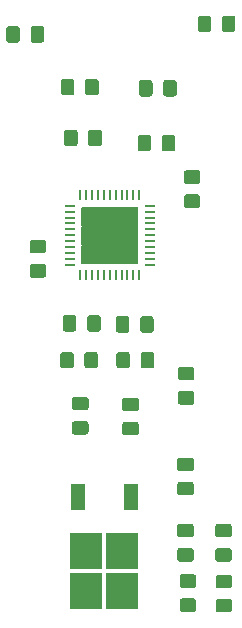
<source format=gbr>
G04 #@! TF.GenerationSoftware,KiCad,Pcbnew,(5.1.5)-3*
G04 #@! TF.CreationDate,2022-03-29T23:54:09-05:00*
G04 #@! TF.ProjectId,ControlBoardT4_22PinSound_PowerAmp,436f6e74-726f-46c4-926f-61726454345f,rev?*
G04 #@! TF.SameCoordinates,Original*
G04 #@! TF.FileFunction,Paste,Bot*
G04 #@! TF.FilePolarity,Positive*
%FSLAX46Y46*%
G04 Gerber Fmt 4.6, Leading zero omitted, Abs format (unit mm)*
G04 Created by KiCad (PCBNEW (5.1.5)-3) date 2022-03-29 23:54:09*
%MOMM*%
%LPD*%
G04 APERTURE LIST*
%ADD10C,0.152400*%
%ADD11C,0.100000*%
%ADD12R,1.200000X2.200000*%
%ADD13R,2.750000X3.050000*%
%ADD14R,0.965200X0.254000*%
%ADD15R,0.254000X0.965200*%
%ADD16R,4.851400X4.851400*%
G04 APERTURE END LIST*
D10*
X124824300Y-97808566D02*
X126241434Y-97808566D01*
X124824300Y-99225700D02*
X124824300Y-97808566D01*
X126241434Y-99225700D02*
X124824300Y-99225700D01*
X126241434Y-97808566D02*
X126241434Y-99225700D01*
X124824300Y-96191433D02*
X126241434Y-96191433D01*
X124824300Y-97608567D02*
X124824300Y-96191433D01*
X126241434Y-97608567D02*
X124824300Y-97608567D01*
X126241434Y-96191433D02*
X126241434Y-97608567D01*
X124824300Y-94574300D02*
X126241434Y-94574300D01*
X124824300Y-95991434D02*
X124824300Y-94574300D01*
X126241434Y-95991434D02*
X124824300Y-95991434D01*
X126241434Y-94574300D02*
X126241434Y-95991434D01*
X126441433Y-97808566D02*
X127858567Y-97808566D01*
X126441433Y-99225700D02*
X126441433Y-97808566D01*
X127858567Y-99225700D02*
X126441433Y-99225700D01*
X127858567Y-97808566D02*
X127858567Y-99225700D01*
X126441433Y-96191433D02*
X127858567Y-96191433D01*
X126441433Y-97608567D02*
X126441433Y-96191433D01*
X127858567Y-97608567D02*
X126441433Y-97608567D01*
X127858567Y-96191433D02*
X127858567Y-97608567D01*
X126441433Y-94574300D02*
X127858567Y-94574300D01*
X126441433Y-95991434D02*
X126441433Y-94574300D01*
X127858567Y-95991434D02*
X126441433Y-95991434D01*
X127858567Y-94574300D02*
X127858567Y-95991434D01*
X128058566Y-97808566D02*
X129475700Y-97808566D01*
X128058566Y-99225700D02*
X128058566Y-97808566D01*
X129475700Y-99225700D02*
X128058566Y-99225700D01*
X129475700Y-97808566D02*
X129475700Y-99225700D01*
X128058566Y-96191433D02*
X129475700Y-96191433D01*
X128058566Y-97608567D02*
X128058566Y-96191433D01*
X129475700Y-97608567D02*
X128058566Y-97608567D01*
X129475700Y-96191433D02*
X129475700Y-97608567D01*
X128058566Y-94574300D02*
X129475700Y-94574300D01*
X128058566Y-95991434D02*
X128058566Y-94574300D01*
X129475700Y-95991434D02*
X128058566Y-95991434D01*
X129475700Y-94574300D02*
X129475700Y-95991434D01*
D11*
G36*
X129386425Y-110642264D02*
G01*
X129410693Y-110645864D01*
X129434492Y-110651825D01*
X129457591Y-110660090D01*
X129479770Y-110670580D01*
X129500813Y-110683192D01*
X129520519Y-110697807D01*
X129538697Y-110714283D01*
X129555173Y-110732461D01*
X129569788Y-110752167D01*
X129582400Y-110773210D01*
X129592890Y-110795389D01*
X129601155Y-110818488D01*
X129607116Y-110842287D01*
X129610716Y-110866555D01*
X129611920Y-110891059D01*
X129611920Y-111541061D01*
X129610716Y-111565565D01*
X129607116Y-111589833D01*
X129601155Y-111613632D01*
X129592890Y-111636731D01*
X129582400Y-111658910D01*
X129569788Y-111679953D01*
X129555173Y-111699659D01*
X129538697Y-111717837D01*
X129520519Y-111734313D01*
X129500813Y-111748928D01*
X129479770Y-111761540D01*
X129457591Y-111772030D01*
X129434492Y-111780295D01*
X129410693Y-111786256D01*
X129386425Y-111789856D01*
X129361921Y-111791060D01*
X128461919Y-111791060D01*
X128437415Y-111789856D01*
X128413147Y-111786256D01*
X128389348Y-111780295D01*
X128366249Y-111772030D01*
X128344070Y-111761540D01*
X128323027Y-111748928D01*
X128303321Y-111734313D01*
X128285143Y-111717837D01*
X128268667Y-111699659D01*
X128254052Y-111679953D01*
X128241440Y-111658910D01*
X128230950Y-111636731D01*
X128222685Y-111613632D01*
X128216724Y-111589833D01*
X128213124Y-111565565D01*
X128211920Y-111541061D01*
X128211920Y-110891059D01*
X128213124Y-110866555D01*
X128216724Y-110842287D01*
X128222685Y-110818488D01*
X128230950Y-110795389D01*
X128241440Y-110773210D01*
X128254052Y-110752167D01*
X128268667Y-110732461D01*
X128285143Y-110714283D01*
X128303321Y-110697807D01*
X128323027Y-110683192D01*
X128344070Y-110670580D01*
X128366249Y-110660090D01*
X128389348Y-110651825D01*
X128413147Y-110645864D01*
X128437415Y-110642264D01*
X128461919Y-110641060D01*
X129361921Y-110641060D01*
X129386425Y-110642264D01*
G37*
G36*
X129386425Y-112692264D02*
G01*
X129410693Y-112695864D01*
X129434492Y-112701825D01*
X129457591Y-112710090D01*
X129479770Y-112720580D01*
X129500813Y-112733192D01*
X129520519Y-112747807D01*
X129538697Y-112764283D01*
X129555173Y-112782461D01*
X129569788Y-112802167D01*
X129582400Y-112823210D01*
X129592890Y-112845389D01*
X129601155Y-112868488D01*
X129607116Y-112892287D01*
X129610716Y-112916555D01*
X129611920Y-112941059D01*
X129611920Y-113591061D01*
X129610716Y-113615565D01*
X129607116Y-113639833D01*
X129601155Y-113663632D01*
X129592890Y-113686731D01*
X129582400Y-113708910D01*
X129569788Y-113729953D01*
X129555173Y-113749659D01*
X129538697Y-113767837D01*
X129520519Y-113784313D01*
X129500813Y-113798928D01*
X129479770Y-113811540D01*
X129457591Y-113822030D01*
X129434492Y-113830295D01*
X129410693Y-113836256D01*
X129386425Y-113839856D01*
X129361921Y-113841060D01*
X128461919Y-113841060D01*
X128437415Y-113839856D01*
X128413147Y-113836256D01*
X128389348Y-113830295D01*
X128366249Y-113822030D01*
X128344070Y-113811540D01*
X128323027Y-113798928D01*
X128303321Y-113784313D01*
X128285143Y-113767837D01*
X128268667Y-113749659D01*
X128254052Y-113729953D01*
X128241440Y-113708910D01*
X128230950Y-113686731D01*
X128222685Y-113663632D01*
X128216724Y-113639833D01*
X128213124Y-113615565D01*
X128211920Y-113591061D01*
X128211920Y-112941059D01*
X128213124Y-112916555D01*
X128216724Y-112892287D01*
X128222685Y-112868488D01*
X128230950Y-112845389D01*
X128241440Y-112823210D01*
X128254052Y-112802167D01*
X128268667Y-112782461D01*
X128285143Y-112764283D01*
X128303321Y-112747807D01*
X128323027Y-112733192D01*
X128344070Y-112720580D01*
X128366249Y-112710090D01*
X128389348Y-112701825D01*
X128413147Y-112695864D01*
X128437415Y-112692264D01*
X128461919Y-112691060D01*
X129361921Y-112691060D01*
X129386425Y-112692264D01*
G37*
G36*
X125131925Y-112631304D02*
G01*
X125156193Y-112634904D01*
X125179992Y-112640865D01*
X125203091Y-112649130D01*
X125225270Y-112659620D01*
X125246313Y-112672232D01*
X125266019Y-112686847D01*
X125284197Y-112703323D01*
X125300673Y-112721501D01*
X125315288Y-112741207D01*
X125327900Y-112762250D01*
X125338390Y-112784429D01*
X125346655Y-112807528D01*
X125352616Y-112831327D01*
X125356216Y-112855595D01*
X125357420Y-112880099D01*
X125357420Y-113530101D01*
X125356216Y-113554605D01*
X125352616Y-113578873D01*
X125346655Y-113602672D01*
X125338390Y-113625771D01*
X125327900Y-113647950D01*
X125315288Y-113668993D01*
X125300673Y-113688699D01*
X125284197Y-113706877D01*
X125266019Y-113723353D01*
X125246313Y-113737968D01*
X125225270Y-113750580D01*
X125203091Y-113761070D01*
X125179992Y-113769335D01*
X125156193Y-113775296D01*
X125131925Y-113778896D01*
X125107421Y-113780100D01*
X124207419Y-113780100D01*
X124182915Y-113778896D01*
X124158647Y-113775296D01*
X124134848Y-113769335D01*
X124111749Y-113761070D01*
X124089570Y-113750580D01*
X124068527Y-113737968D01*
X124048821Y-113723353D01*
X124030643Y-113706877D01*
X124014167Y-113688699D01*
X123999552Y-113668993D01*
X123986940Y-113647950D01*
X123976450Y-113625771D01*
X123968185Y-113602672D01*
X123962224Y-113578873D01*
X123958624Y-113554605D01*
X123957420Y-113530101D01*
X123957420Y-112880099D01*
X123958624Y-112855595D01*
X123962224Y-112831327D01*
X123968185Y-112807528D01*
X123976450Y-112784429D01*
X123986940Y-112762250D01*
X123999552Y-112741207D01*
X124014167Y-112721501D01*
X124030643Y-112703323D01*
X124048821Y-112686847D01*
X124068527Y-112672232D01*
X124089570Y-112659620D01*
X124111749Y-112649130D01*
X124134848Y-112640865D01*
X124158647Y-112634904D01*
X124182915Y-112631304D01*
X124207419Y-112630100D01*
X125107421Y-112630100D01*
X125131925Y-112631304D01*
G37*
G36*
X125131925Y-110581304D02*
G01*
X125156193Y-110584904D01*
X125179992Y-110590865D01*
X125203091Y-110599130D01*
X125225270Y-110609620D01*
X125246313Y-110622232D01*
X125266019Y-110636847D01*
X125284197Y-110653323D01*
X125300673Y-110671501D01*
X125315288Y-110691207D01*
X125327900Y-110712250D01*
X125338390Y-110734429D01*
X125346655Y-110757528D01*
X125352616Y-110781327D01*
X125356216Y-110805595D01*
X125357420Y-110830099D01*
X125357420Y-111480101D01*
X125356216Y-111504605D01*
X125352616Y-111528873D01*
X125346655Y-111552672D01*
X125338390Y-111575771D01*
X125327900Y-111597950D01*
X125315288Y-111618993D01*
X125300673Y-111638699D01*
X125284197Y-111656877D01*
X125266019Y-111673353D01*
X125246313Y-111687968D01*
X125225270Y-111700580D01*
X125203091Y-111711070D01*
X125179992Y-111719335D01*
X125156193Y-111725296D01*
X125131925Y-111728896D01*
X125107421Y-111730100D01*
X124207419Y-111730100D01*
X124182915Y-111728896D01*
X124158647Y-111725296D01*
X124134848Y-111719335D01*
X124111749Y-111711070D01*
X124089570Y-111700580D01*
X124068527Y-111687968D01*
X124048821Y-111673353D01*
X124030643Y-111656877D01*
X124014167Y-111638699D01*
X123999552Y-111618993D01*
X123986940Y-111597950D01*
X123976450Y-111575771D01*
X123968185Y-111552672D01*
X123962224Y-111528873D01*
X123958624Y-111504605D01*
X123957420Y-111480101D01*
X123957420Y-110830099D01*
X123958624Y-110805595D01*
X123962224Y-110781327D01*
X123968185Y-110757528D01*
X123976450Y-110734429D01*
X123986940Y-110712250D01*
X123999552Y-110691207D01*
X124014167Y-110671501D01*
X124030643Y-110653323D01*
X124048821Y-110636847D01*
X124068527Y-110622232D01*
X124089570Y-110609620D01*
X124111749Y-110599130D01*
X124134848Y-110590865D01*
X124158647Y-110584904D01*
X124182915Y-110581304D01*
X124207419Y-110580100D01*
X125107421Y-110580100D01*
X125131925Y-110581304D01*
G37*
G36*
X134030545Y-121330324D02*
G01*
X134054813Y-121333924D01*
X134078612Y-121339885D01*
X134101711Y-121348150D01*
X134123890Y-121358640D01*
X134144933Y-121371252D01*
X134164639Y-121385867D01*
X134182817Y-121402343D01*
X134199293Y-121420521D01*
X134213908Y-121440227D01*
X134226520Y-121461270D01*
X134237010Y-121483449D01*
X134245275Y-121506548D01*
X134251236Y-121530347D01*
X134254836Y-121554615D01*
X134256040Y-121579119D01*
X134256040Y-122229121D01*
X134254836Y-122253625D01*
X134251236Y-122277893D01*
X134245275Y-122301692D01*
X134237010Y-122324791D01*
X134226520Y-122346970D01*
X134213908Y-122368013D01*
X134199293Y-122387719D01*
X134182817Y-122405897D01*
X134164639Y-122422373D01*
X134144933Y-122436988D01*
X134123890Y-122449600D01*
X134101711Y-122460090D01*
X134078612Y-122468355D01*
X134054813Y-122474316D01*
X134030545Y-122477916D01*
X134006041Y-122479120D01*
X133106039Y-122479120D01*
X133081535Y-122477916D01*
X133057267Y-122474316D01*
X133033468Y-122468355D01*
X133010369Y-122460090D01*
X132988190Y-122449600D01*
X132967147Y-122436988D01*
X132947441Y-122422373D01*
X132929263Y-122405897D01*
X132912787Y-122387719D01*
X132898172Y-122368013D01*
X132885560Y-122346970D01*
X132875070Y-122324791D01*
X132866805Y-122301692D01*
X132860844Y-122277893D01*
X132857244Y-122253625D01*
X132856040Y-122229121D01*
X132856040Y-121579119D01*
X132857244Y-121554615D01*
X132860844Y-121530347D01*
X132866805Y-121506548D01*
X132875070Y-121483449D01*
X132885560Y-121461270D01*
X132898172Y-121440227D01*
X132912787Y-121420521D01*
X132929263Y-121402343D01*
X132947441Y-121385867D01*
X132967147Y-121371252D01*
X132988190Y-121358640D01*
X133010369Y-121348150D01*
X133033468Y-121339885D01*
X133057267Y-121333924D01*
X133081535Y-121330324D01*
X133106039Y-121329120D01*
X134006041Y-121329120D01*
X134030545Y-121330324D01*
G37*
G36*
X134030545Y-123380324D02*
G01*
X134054813Y-123383924D01*
X134078612Y-123389885D01*
X134101711Y-123398150D01*
X134123890Y-123408640D01*
X134144933Y-123421252D01*
X134164639Y-123435867D01*
X134182817Y-123452343D01*
X134199293Y-123470521D01*
X134213908Y-123490227D01*
X134226520Y-123511270D01*
X134237010Y-123533449D01*
X134245275Y-123556548D01*
X134251236Y-123580347D01*
X134254836Y-123604615D01*
X134256040Y-123629119D01*
X134256040Y-124279121D01*
X134254836Y-124303625D01*
X134251236Y-124327893D01*
X134245275Y-124351692D01*
X134237010Y-124374791D01*
X134226520Y-124396970D01*
X134213908Y-124418013D01*
X134199293Y-124437719D01*
X134182817Y-124455897D01*
X134164639Y-124472373D01*
X134144933Y-124486988D01*
X134123890Y-124499600D01*
X134101711Y-124510090D01*
X134078612Y-124518355D01*
X134054813Y-124524316D01*
X134030545Y-124527916D01*
X134006041Y-124529120D01*
X133106039Y-124529120D01*
X133081535Y-124527916D01*
X133057267Y-124524316D01*
X133033468Y-124518355D01*
X133010369Y-124510090D01*
X132988190Y-124499600D01*
X132967147Y-124486988D01*
X132947441Y-124472373D01*
X132929263Y-124455897D01*
X132912787Y-124437719D01*
X132898172Y-124418013D01*
X132885560Y-124396970D01*
X132875070Y-124374791D01*
X132866805Y-124351692D01*
X132860844Y-124327893D01*
X132857244Y-124303625D01*
X132856040Y-124279121D01*
X132856040Y-123629119D01*
X132857244Y-123604615D01*
X132860844Y-123580347D01*
X132866805Y-123556548D01*
X132875070Y-123533449D01*
X132885560Y-123511270D01*
X132898172Y-123490227D01*
X132912787Y-123470521D01*
X132929263Y-123452343D01*
X132947441Y-123435867D01*
X132967147Y-123421252D01*
X132988190Y-123408640D01*
X133010369Y-123398150D01*
X133033468Y-123389885D01*
X133057267Y-123383924D01*
X133081535Y-123380324D01*
X133106039Y-123379120D01*
X134006041Y-123379120D01*
X134030545Y-123380324D01*
G37*
G36*
X137256345Y-121330324D02*
G01*
X137280613Y-121333924D01*
X137304412Y-121339885D01*
X137327511Y-121348150D01*
X137349690Y-121358640D01*
X137370733Y-121371252D01*
X137390439Y-121385867D01*
X137408617Y-121402343D01*
X137425093Y-121420521D01*
X137439708Y-121440227D01*
X137452320Y-121461270D01*
X137462810Y-121483449D01*
X137471075Y-121506548D01*
X137477036Y-121530347D01*
X137480636Y-121554615D01*
X137481840Y-121579119D01*
X137481840Y-122229121D01*
X137480636Y-122253625D01*
X137477036Y-122277893D01*
X137471075Y-122301692D01*
X137462810Y-122324791D01*
X137452320Y-122346970D01*
X137439708Y-122368013D01*
X137425093Y-122387719D01*
X137408617Y-122405897D01*
X137390439Y-122422373D01*
X137370733Y-122436988D01*
X137349690Y-122449600D01*
X137327511Y-122460090D01*
X137304412Y-122468355D01*
X137280613Y-122474316D01*
X137256345Y-122477916D01*
X137231841Y-122479120D01*
X136331839Y-122479120D01*
X136307335Y-122477916D01*
X136283067Y-122474316D01*
X136259268Y-122468355D01*
X136236169Y-122460090D01*
X136213990Y-122449600D01*
X136192947Y-122436988D01*
X136173241Y-122422373D01*
X136155063Y-122405897D01*
X136138587Y-122387719D01*
X136123972Y-122368013D01*
X136111360Y-122346970D01*
X136100870Y-122324791D01*
X136092605Y-122301692D01*
X136086644Y-122277893D01*
X136083044Y-122253625D01*
X136081840Y-122229121D01*
X136081840Y-121579119D01*
X136083044Y-121554615D01*
X136086644Y-121530347D01*
X136092605Y-121506548D01*
X136100870Y-121483449D01*
X136111360Y-121461270D01*
X136123972Y-121440227D01*
X136138587Y-121420521D01*
X136155063Y-121402343D01*
X136173241Y-121385867D01*
X136192947Y-121371252D01*
X136213990Y-121358640D01*
X136236169Y-121348150D01*
X136259268Y-121339885D01*
X136283067Y-121333924D01*
X136307335Y-121330324D01*
X136331839Y-121329120D01*
X137231841Y-121329120D01*
X137256345Y-121330324D01*
G37*
G36*
X137256345Y-123380324D02*
G01*
X137280613Y-123383924D01*
X137304412Y-123389885D01*
X137327511Y-123398150D01*
X137349690Y-123408640D01*
X137370733Y-123421252D01*
X137390439Y-123435867D01*
X137408617Y-123452343D01*
X137425093Y-123470521D01*
X137439708Y-123490227D01*
X137452320Y-123511270D01*
X137462810Y-123533449D01*
X137471075Y-123556548D01*
X137477036Y-123580347D01*
X137480636Y-123604615D01*
X137481840Y-123629119D01*
X137481840Y-124279121D01*
X137480636Y-124303625D01*
X137477036Y-124327893D01*
X137471075Y-124351692D01*
X137462810Y-124374791D01*
X137452320Y-124396970D01*
X137439708Y-124418013D01*
X137425093Y-124437719D01*
X137408617Y-124455897D01*
X137390439Y-124472373D01*
X137370733Y-124486988D01*
X137349690Y-124499600D01*
X137327511Y-124510090D01*
X137304412Y-124518355D01*
X137280613Y-124524316D01*
X137256345Y-124527916D01*
X137231841Y-124529120D01*
X136331839Y-124529120D01*
X136307335Y-124527916D01*
X136283067Y-124524316D01*
X136259268Y-124518355D01*
X136236169Y-124510090D01*
X136213990Y-124499600D01*
X136192947Y-124486988D01*
X136173241Y-124472373D01*
X136155063Y-124455897D01*
X136138587Y-124437719D01*
X136123972Y-124418013D01*
X136111360Y-124396970D01*
X136100870Y-124374791D01*
X136092605Y-124351692D01*
X136086644Y-124327893D01*
X136083044Y-124303625D01*
X136081840Y-124279121D01*
X136081840Y-123629119D01*
X136083044Y-123604615D01*
X136086644Y-123580347D01*
X136092605Y-123556548D01*
X136100870Y-123533449D01*
X136111360Y-123511270D01*
X136123972Y-123490227D01*
X136138587Y-123470521D01*
X136155063Y-123452343D01*
X136173241Y-123435867D01*
X136192947Y-123421252D01*
X136213990Y-123408640D01*
X136236169Y-123398150D01*
X136259268Y-123389885D01*
X136283067Y-123383924D01*
X136307335Y-123380324D01*
X136331839Y-123379120D01*
X137231841Y-123379120D01*
X137256345Y-123380324D01*
G37*
G36*
X134240365Y-127647784D02*
G01*
X134264633Y-127651384D01*
X134288432Y-127657345D01*
X134311531Y-127665610D01*
X134333710Y-127676100D01*
X134354753Y-127688712D01*
X134374459Y-127703327D01*
X134392637Y-127719803D01*
X134409113Y-127737981D01*
X134423728Y-127757687D01*
X134436340Y-127778730D01*
X134446830Y-127800909D01*
X134455095Y-127824008D01*
X134461056Y-127847807D01*
X134464656Y-127872075D01*
X134465860Y-127896579D01*
X134465860Y-128546581D01*
X134464656Y-128571085D01*
X134461056Y-128595353D01*
X134455095Y-128619152D01*
X134446830Y-128642251D01*
X134436340Y-128664430D01*
X134423728Y-128685473D01*
X134409113Y-128705179D01*
X134392637Y-128723357D01*
X134374459Y-128739833D01*
X134354753Y-128754448D01*
X134333710Y-128767060D01*
X134311531Y-128777550D01*
X134288432Y-128785815D01*
X134264633Y-128791776D01*
X134240365Y-128795376D01*
X134215861Y-128796580D01*
X133315859Y-128796580D01*
X133291355Y-128795376D01*
X133267087Y-128791776D01*
X133243288Y-128785815D01*
X133220189Y-128777550D01*
X133198010Y-128767060D01*
X133176967Y-128754448D01*
X133157261Y-128739833D01*
X133139083Y-128723357D01*
X133122607Y-128705179D01*
X133107992Y-128685473D01*
X133095380Y-128664430D01*
X133084890Y-128642251D01*
X133076625Y-128619152D01*
X133070664Y-128595353D01*
X133067064Y-128571085D01*
X133065860Y-128546581D01*
X133065860Y-127896579D01*
X133067064Y-127872075D01*
X133070664Y-127847807D01*
X133076625Y-127824008D01*
X133084890Y-127800909D01*
X133095380Y-127778730D01*
X133107992Y-127757687D01*
X133122607Y-127737981D01*
X133139083Y-127719803D01*
X133157261Y-127703327D01*
X133176967Y-127688712D01*
X133198010Y-127676100D01*
X133220189Y-127665610D01*
X133243288Y-127657345D01*
X133267087Y-127651384D01*
X133291355Y-127647784D01*
X133315859Y-127646580D01*
X134215861Y-127646580D01*
X134240365Y-127647784D01*
G37*
G36*
X134240365Y-125597784D02*
G01*
X134264633Y-125601384D01*
X134288432Y-125607345D01*
X134311531Y-125615610D01*
X134333710Y-125626100D01*
X134354753Y-125638712D01*
X134374459Y-125653327D01*
X134392637Y-125669803D01*
X134409113Y-125687981D01*
X134423728Y-125707687D01*
X134436340Y-125728730D01*
X134446830Y-125750909D01*
X134455095Y-125774008D01*
X134461056Y-125797807D01*
X134464656Y-125822075D01*
X134465860Y-125846579D01*
X134465860Y-126496581D01*
X134464656Y-126521085D01*
X134461056Y-126545353D01*
X134455095Y-126569152D01*
X134446830Y-126592251D01*
X134436340Y-126614430D01*
X134423728Y-126635473D01*
X134409113Y-126655179D01*
X134392637Y-126673357D01*
X134374459Y-126689833D01*
X134354753Y-126704448D01*
X134333710Y-126717060D01*
X134311531Y-126727550D01*
X134288432Y-126735815D01*
X134264633Y-126741776D01*
X134240365Y-126745376D01*
X134215861Y-126746580D01*
X133315859Y-126746580D01*
X133291355Y-126745376D01*
X133267087Y-126741776D01*
X133243288Y-126735815D01*
X133220189Y-126727550D01*
X133198010Y-126717060D01*
X133176967Y-126704448D01*
X133157261Y-126689833D01*
X133139083Y-126673357D01*
X133122607Y-126655179D01*
X133107992Y-126635473D01*
X133095380Y-126614430D01*
X133084890Y-126592251D01*
X133076625Y-126569152D01*
X133070664Y-126545353D01*
X133067064Y-126521085D01*
X133065860Y-126496581D01*
X133065860Y-125846579D01*
X133067064Y-125822075D01*
X133070664Y-125797807D01*
X133076625Y-125774008D01*
X133084890Y-125750909D01*
X133095380Y-125728730D01*
X133107992Y-125707687D01*
X133122607Y-125687981D01*
X133139083Y-125669803D01*
X133157261Y-125653327D01*
X133176967Y-125638712D01*
X133198010Y-125626100D01*
X133220189Y-125615610D01*
X133243288Y-125607345D01*
X133267087Y-125601384D01*
X133291355Y-125597784D01*
X133315859Y-125596580D01*
X134215861Y-125596580D01*
X134240365Y-125597784D01*
G37*
G36*
X137285825Y-127688424D02*
G01*
X137310093Y-127692024D01*
X137333892Y-127697985D01*
X137356991Y-127706250D01*
X137379170Y-127716740D01*
X137400213Y-127729352D01*
X137419919Y-127743967D01*
X137438097Y-127760443D01*
X137454573Y-127778621D01*
X137469188Y-127798327D01*
X137481800Y-127819370D01*
X137492290Y-127841549D01*
X137500555Y-127864648D01*
X137506516Y-127888447D01*
X137510116Y-127912715D01*
X137511320Y-127937219D01*
X137511320Y-128587221D01*
X137510116Y-128611725D01*
X137506516Y-128635993D01*
X137500555Y-128659792D01*
X137492290Y-128682891D01*
X137481800Y-128705070D01*
X137469188Y-128726113D01*
X137454573Y-128745819D01*
X137438097Y-128763997D01*
X137419919Y-128780473D01*
X137400213Y-128795088D01*
X137379170Y-128807700D01*
X137356991Y-128818190D01*
X137333892Y-128826455D01*
X137310093Y-128832416D01*
X137285825Y-128836016D01*
X137261321Y-128837220D01*
X136361319Y-128837220D01*
X136336815Y-128836016D01*
X136312547Y-128832416D01*
X136288748Y-128826455D01*
X136265649Y-128818190D01*
X136243470Y-128807700D01*
X136222427Y-128795088D01*
X136202721Y-128780473D01*
X136184543Y-128763997D01*
X136168067Y-128745819D01*
X136153452Y-128726113D01*
X136140840Y-128705070D01*
X136130350Y-128682891D01*
X136122085Y-128659792D01*
X136116124Y-128635993D01*
X136112524Y-128611725D01*
X136111320Y-128587221D01*
X136111320Y-127937219D01*
X136112524Y-127912715D01*
X136116124Y-127888447D01*
X136122085Y-127864648D01*
X136130350Y-127841549D01*
X136140840Y-127819370D01*
X136153452Y-127798327D01*
X136168067Y-127778621D01*
X136184543Y-127760443D01*
X136202721Y-127743967D01*
X136222427Y-127729352D01*
X136243470Y-127716740D01*
X136265649Y-127706250D01*
X136288748Y-127697985D01*
X136312547Y-127692024D01*
X136336815Y-127688424D01*
X136361319Y-127687220D01*
X137261321Y-127687220D01*
X137285825Y-127688424D01*
G37*
G36*
X137285825Y-125638424D02*
G01*
X137310093Y-125642024D01*
X137333892Y-125647985D01*
X137356991Y-125656250D01*
X137379170Y-125666740D01*
X137400213Y-125679352D01*
X137419919Y-125693967D01*
X137438097Y-125710443D01*
X137454573Y-125728621D01*
X137469188Y-125748327D01*
X137481800Y-125769370D01*
X137492290Y-125791549D01*
X137500555Y-125814648D01*
X137506516Y-125838447D01*
X137510116Y-125862715D01*
X137511320Y-125887219D01*
X137511320Y-126537221D01*
X137510116Y-126561725D01*
X137506516Y-126585993D01*
X137500555Y-126609792D01*
X137492290Y-126632891D01*
X137481800Y-126655070D01*
X137469188Y-126676113D01*
X137454573Y-126695819D01*
X137438097Y-126713997D01*
X137419919Y-126730473D01*
X137400213Y-126745088D01*
X137379170Y-126757700D01*
X137356991Y-126768190D01*
X137333892Y-126776455D01*
X137310093Y-126782416D01*
X137285825Y-126786016D01*
X137261321Y-126787220D01*
X136361319Y-126787220D01*
X136336815Y-126786016D01*
X136312547Y-126782416D01*
X136288748Y-126776455D01*
X136265649Y-126768190D01*
X136243470Y-126757700D01*
X136222427Y-126745088D01*
X136202721Y-126730473D01*
X136184543Y-126713997D01*
X136168067Y-126695819D01*
X136153452Y-126676113D01*
X136140840Y-126655070D01*
X136130350Y-126632891D01*
X136122085Y-126609792D01*
X136116124Y-126585993D01*
X136112524Y-126561725D01*
X136111320Y-126537221D01*
X136111320Y-125887219D01*
X136112524Y-125862715D01*
X136116124Y-125838447D01*
X136122085Y-125814648D01*
X136130350Y-125791549D01*
X136140840Y-125769370D01*
X136153452Y-125748327D01*
X136168067Y-125728621D01*
X136184543Y-125710443D01*
X136202721Y-125693967D01*
X136222427Y-125679352D01*
X136243470Y-125666740D01*
X136265649Y-125656250D01*
X136288748Y-125647985D01*
X136312547Y-125642024D01*
X136336815Y-125638424D01*
X136361319Y-125637220D01*
X137261321Y-125637220D01*
X137285825Y-125638424D01*
G37*
G36*
X134093045Y-108043844D02*
G01*
X134117313Y-108047444D01*
X134141112Y-108053405D01*
X134164211Y-108061670D01*
X134186390Y-108072160D01*
X134207433Y-108084772D01*
X134227139Y-108099387D01*
X134245317Y-108115863D01*
X134261793Y-108134041D01*
X134276408Y-108153747D01*
X134289020Y-108174790D01*
X134299510Y-108196969D01*
X134307775Y-108220068D01*
X134313736Y-108243867D01*
X134317336Y-108268135D01*
X134318540Y-108292639D01*
X134318540Y-108942641D01*
X134317336Y-108967145D01*
X134313736Y-108991413D01*
X134307775Y-109015212D01*
X134299510Y-109038311D01*
X134289020Y-109060490D01*
X134276408Y-109081533D01*
X134261793Y-109101239D01*
X134245317Y-109119417D01*
X134227139Y-109135893D01*
X134207433Y-109150508D01*
X134186390Y-109163120D01*
X134164211Y-109173610D01*
X134141112Y-109181875D01*
X134117313Y-109187836D01*
X134093045Y-109191436D01*
X134068541Y-109192640D01*
X133168539Y-109192640D01*
X133144035Y-109191436D01*
X133119767Y-109187836D01*
X133095968Y-109181875D01*
X133072869Y-109173610D01*
X133050690Y-109163120D01*
X133029647Y-109150508D01*
X133009941Y-109135893D01*
X132991763Y-109119417D01*
X132975287Y-109101239D01*
X132960672Y-109081533D01*
X132948060Y-109060490D01*
X132937570Y-109038311D01*
X132929305Y-109015212D01*
X132923344Y-108991413D01*
X132919744Y-108967145D01*
X132918540Y-108942641D01*
X132918540Y-108292639D01*
X132919744Y-108268135D01*
X132923344Y-108243867D01*
X132929305Y-108220068D01*
X132937570Y-108196969D01*
X132948060Y-108174790D01*
X132960672Y-108153747D01*
X132975287Y-108134041D01*
X132991763Y-108115863D01*
X133009941Y-108099387D01*
X133029647Y-108084772D01*
X133050690Y-108072160D01*
X133072869Y-108061670D01*
X133095968Y-108053405D01*
X133119767Y-108047444D01*
X133144035Y-108043844D01*
X133168539Y-108042640D01*
X134068541Y-108042640D01*
X134093045Y-108043844D01*
G37*
G36*
X134093045Y-110093844D02*
G01*
X134117313Y-110097444D01*
X134141112Y-110103405D01*
X134164211Y-110111670D01*
X134186390Y-110122160D01*
X134207433Y-110134772D01*
X134227139Y-110149387D01*
X134245317Y-110165863D01*
X134261793Y-110184041D01*
X134276408Y-110203747D01*
X134289020Y-110224790D01*
X134299510Y-110246969D01*
X134307775Y-110270068D01*
X134313736Y-110293867D01*
X134317336Y-110318135D01*
X134318540Y-110342639D01*
X134318540Y-110992641D01*
X134317336Y-111017145D01*
X134313736Y-111041413D01*
X134307775Y-111065212D01*
X134299510Y-111088311D01*
X134289020Y-111110490D01*
X134276408Y-111131533D01*
X134261793Y-111151239D01*
X134245317Y-111169417D01*
X134227139Y-111185893D01*
X134207433Y-111200508D01*
X134186390Y-111213120D01*
X134164211Y-111223610D01*
X134141112Y-111231875D01*
X134117313Y-111237836D01*
X134093045Y-111241436D01*
X134068541Y-111242640D01*
X133168539Y-111242640D01*
X133144035Y-111241436D01*
X133119767Y-111237836D01*
X133095968Y-111231875D01*
X133072869Y-111223610D01*
X133050690Y-111213120D01*
X133029647Y-111200508D01*
X133009941Y-111185893D01*
X132991763Y-111169417D01*
X132975287Y-111151239D01*
X132960672Y-111131533D01*
X132948060Y-111110490D01*
X132937570Y-111088311D01*
X132929305Y-111065212D01*
X132923344Y-111041413D01*
X132919744Y-111017145D01*
X132918540Y-110992641D01*
X132918540Y-110342639D01*
X132919744Y-110318135D01*
X132923344Y-110293867D01*
X132929305Y-110270068D01*
X132937570Y-110246969D01*
X132948060Y-110224790D01*
X132960672Y-110203747D01*
X132975287Y-110184041D01*
X132991763Y-110165863D01*
X133009941Y-110149387D01*
X133029647Y-110134772D01*
X133050690Y-110122160D01*
X133072869Y-110111670D01*
X133095968Y-110103405D01*
X133119767Y-110097444D01*
X133144035Y-110093844D01*
X133168539Y-110092640D01*
X134068541Y-110092640D01*
X134093045Y-110093844D01*
G37*
G36*
X130430985Y-88402864D02*
G01*
X130455253Y-88406464D01*
X130479052Y-88412425D01*
X130502151Y-88420690D01*
X130524330Y-88431180D01*
X130545373Y-88443792D01*
X130565079Y-88458407D01*
X130583257Y-88474883D01*
X130599733Y-88493061D01*
X130614348Y-88512767D01*
X130626960Y-88533810D01*
X130637450Y-88555989D01*
X130645715Y-88579088D01*
X130651676Y-88602887D01*
X130655276Y-88627155D01*
X130656480Y-88651659D01*
X130656480Y-89551661D01*
X130655276Y-89576165D01*
X130651676Y-89600433D01*
X130645715Y-89624232D01*
X130637450Y-89647331D01*
X130626960Y-89669510D01*
X130614348Y-89690553D01*
X130599733Y-89710259D01*
X130583257Y-89728437D01*
X130565079Y-89744913D01*
X130545373Y-89759528D01*
X130524330Y-89772140D01*
X130502151Y-89782630D01*
X130479052Y-89790895D01*
X130455253Y-89796856D01*
X130430985Y-89800456D01*
X130406481Y-89801660D01*
X129756479Y-89801660D01*
X129731975Y-89800456D01*
X129707707Y-89796856D01*
X129683908Y-89790895D01*
X129660809Y-89782630D01*
X129638630Y-89772140D01*
X129617587Y-89759528D01*
X129597881Y-89744913D01*
X129579703Y-89728437D01*
X129563227Y-89710259D01*
X129548612Y-89690553D01*
X129536000Y-89669510D01*
X129525510Y-89647331D01*
X129517245Y-89624232D01*
X129511284Y-89600433D01*
X129507684Y-89576165D01*
X129506480Y-89551661D01*
X129506480Y-88651659D01*
X129507684Y-88627155D01*
X129511284Y-88602887D01*
X129517245Y-88579088D01*
X129525510Y-88555989D01*
X129536000Y-88533810D01*
X129548612Y-88512767D01*
X129563227Y-88493061D01*
X129579703Y-88474883D01*
X129597881Y-88458407D01*
X129617587Y-88443792D01*
X129638630Y-88431180D01*
X129660809Y-88420690D01*
X129683908Y-88412425D01*
X129707707Y-88406464D01*
X129731975Y-88402864D01*
X129756479Y-88401660D01*
X130406481Y-88401660D01*
X130430985Y-88402864D01*
G37*
G36*
X132480985Y-88402864D02*
G01*
X132505253Y-88406464D01*
X132529052Y-88412425D01*
X132552151Y-88420690D01*
X132574330Y-88431180D01*
X132595373Y-88443792D01*
X132615079Y-88458407D01*
X132633257Y-88474883D01*
X132649733Y-88493061D01*
X132664348Y-88512767D01*
X132676960Y-88533810D01*
X132687450Y-88555989D01*
X132695715Y-88579088D01*
X132701676Y-88602887D01*
X132705276Y-88627155D01*
X132706480Y-88651659D01*
X132706480Y-89551661D01*
X132705276Y-89576165D01*
X132701676Y-89600433D01*
X132695715Y-89624232D01*
X132687450Y-89647331D01*
X132676960Y-89669510D01*
X132664348Y-89690553D01*
X132649733Y-89710259D01*
X132633257Y-89728437D01*
X132615079Y-89744913D01*
X132595373Y-89759528D01*
X132574330Y-89772140D01*
X132552151Y-89782630D01*
X132529052Y-89790895D01*
X132505253Y-89796856D01*
X132480985Y-89800456D01*
X132456481Y-89801660D01*
X131806479Y-89801660D01*
X131781975Y-89800456D01*
X131757707Y-89796856D01*
X131733908Y-89790895D01*
X131710809Y-89782630D01*
X131688630Y-89772140D01*
X131667587Y-89759528D01*
X131647881Y-89744913D01*
X131629703Y-89728437D01*
X131613227Y-89710259D01*
X131598612Y-89690553D01*
X131586000Y-89669510D01*
X131575510Y-89647331D01*
X131567245Y-89624232D01*
X131561284Y-89600433D01*
X131557684Y-89576165D01*
X131556480Y-89551661D01*
X131556480Y-88651659D01*
X131557684Y-88627155D01*
X131561284Y-88602887D01*
X131567245Y-88579088D01*
X131575510Y-88555989D01*
X131586000Y-88533810D01*
X131598612Y-88512767D01*
X131613227Y-88493061D01*
X131629703Y-88474883D01*
X131647881Y-88458407D01*
X131667587Y-88443792D01*
X131688630Y-88431180D01*
X131710809Y-88420690D01*
X131733908Y-88412425D01*
X131757707Y-88406464D01*
X131781975Y-88402864D01*
X131806479Y-88401660D01*
X132456481Y-88401660D01*
X132480985Y-88402864D01*
G37*
G36*
X124205445Y-87955824D02*
G01*
X124229713Y-87959424D01*
X124253512Y-87965385D01*
X124276611Y-87973650D01*
X124298790Y-87984140D01*
X124319833Y-87996752D01*
X124339539Y-88011367D01*
X124357717Y-88027843D01*
X124374193Y-88046021D01*
X124388808Y-88065727D01*
X124401420Y-88086770D01*
X124411910Y-88108949D01*
X124420175Y-88132048D01*
X124426136Y-88155847D01*
X124429736Y-88180115D01*
X124430940Y-88204619D01*
X124430940Y-89104621D01*
X124429736Y-89129125D01*
X124426136Y-89153393D01*
X124420175Y-89177192D01*
X124411910Y-89200291D01*
X124401420Y-89222470D01*
X124388808Y-89243513D01*
X124374193Y-89263219D01*
X124357717Y-89281397D01*
X124339539Y-89297873D01*
X124319833Y-89312488D01*
X124298790Y-89325100D01*
X124276611Y-89335590D01*
X124253512Y-89343855D01*
X124229713Y-89349816D01*
X124205445Y-89353416D01*
X124180941Y-89354620D01*
X123530939Y-89354620D01*
X123506435Y-89353416D01*
X123482167Y-89349816D01*
X123458368Y-89343855D01*
X123435269Y-89335590D01*
X123413090Y-89325100D01*
X123392047Y-89312488D01*
X123372341Y-89297873D01*
X123354163Y-89281397D01*
X123337687Y-89263219D01*
X123323072Y-89243513D01*
X123310460Y-89222470D01*
X123299970Y-89200291D01*
X123291705Y-89177192D01*
X123285744Y-89153393D01*
X123282144Y-89129125D01*
X123280940Y-89104621D01*
X123280940Y-88204619D01*
X123282144Y-88180115D01*
X123285744Y-88155847D01*
X123291705Y-88132048D01*
X123299970Y-88108949D01*
X123310460Y-88086770D01*
X123323072Y-88065727D01*
X123337687Y-88046021D01*
X123354163Y-88027843D01*
X123372341Y-88011367D01*
X123392047Y-87996752D01*
X123413090Y-87984140D01*
X123435269Y-87973650D01*
X123458368Y-87965385D01*
X123482167Y-87959424D01*
X123506435Y-87955824D01*
X123530939Y-87954620D01*
X124180941Y-87954620D01*
X124205445Y-87955824D01*
G37*
G36*
X126255445Y-87955824D02*
G01*
X126279713Y-87959424D01*
X126303512Y-87965385D01*
X126326611Y-87973650D01*
X126348790Y-87984140D01*
X126369833Y-87996752D01*
X126389539Y-88011367D01*
X126407717Y-88027843D01*
X126424193Y-88046021D01*
X126438808Y-88065727D01*
X126451420Y-88086770D01*
X126461910Y-88108949D01*
X126470175Y-88132048D01*
X126476136Y-88155847D01*
X126479736Y-88180115D01*
X126480940Y-88204619D01*
X126480940Y-89104621D01*
X126479736Y-89129125D01*
X126476136Y-89153393D01*
X126470175Y-89177192D01*
X126461910Y-89200291D01*
X126451420Y-89222470D01*
X126438808Y-89243513D01*
X126424193Y-89263219D01*
X126407717Y-89281397D01*
X126389539Y-89297873D01*
X126369833Y-89312488D01*
X126348790Y-89325100D01*
X126326611Y-89335590D01*
X126303512Y-89343855D01*
X126279713Y-89349816D01*
X126255445Y-89353416D01*
X126230941Y-89354620D01*
X125580939Y-89354620D01*
X125556435Y-89353416D01*
X125532167Y-89349816D01*
X125508368Y-89343855D01*
X125485269Y-89335590D01*
X125463090Y-89325100D01*
X125442047Y-89312488D01*
X125422341Y-89297873D01*
X125404163Y-89281397D01*
X125387687Y-89263219D01*
X125373072Y-89243513D01*
X125360460Y-89222470D01*
X125349970Y-89200291D01*
X125341705Y-89177192D01*
X125335744Y-89153393D01*
X125332144Y-89129125D01*
X125330940Y-89104621D01*
X125330940Y-88204619D01*
X125332144Y-88180115D01*
X125335744Y-88155847D01*
X125341705Y-88132048D01*
X125349970Y-88108949D01*
X125360460Y-88086770D01*
X125373072Y-88065727D01*
X125387687Y-88046021D01*
X125404163Y-88027843D01*
X125422341Y-88011367D01*
X125442047Y-87996752D01*
X125463090Y-87984140D01*
X125485269Y-87973650D01*
X125508368Y-87965385D01*
X125532167Y-87959424D01*
X125556435Y-87955824D01*
X125580939Y-87954620D01*
X126230941Y-87954620D01*
X126255445Y-87955824D01*
G37*
G36*
X135524505Y-78301204D02*
G01*
X135548773Y-78304804D01*
X135572572Y-78310765D01*
X135595671Y-78319030D01*
X135617850Y-78329520D01*
X135638893Y-78342132D01*
X135658599Y-78356747D01*
X135676777Y-78373223D01*
X135693253Y-78391401D01*
X135707868Y-78411107D01*
X135720480Y-78432150D01*
X135730970Y-78454329D01*
X135739235Y-78477428D01*
X135745196Y-78501227D01*
X135748796Y-78525495D01*
X135750000Y-78549999D01*
X135750000Y-79450001D01*
X135748796Y-79474505D01*
X135745196Y-79498773D01*
X135739235Y-79522572D01*
X135730970Y-79545671D01*
X135720480Y-79567850D01*
X135707868Y-79588893D01*
X135693253Y-79608599D01*
X135676777Y-79626777D01*
X135658599Y-79643253D01*
X135638893Y-79657868D01*
X135617850Y-79670480D01*
X135595671Y-79680970D01*
X135572572Y-79689235D01*
X135548773Y-79695196D01*
X135524505Y-79698796D01*
X135500001Y-79700000D01*
X134849999Y-79700000D01*
X134825495Y-79698796D01*
X134801227Y-79695196D01*
X134777428Y-79689235D01*
X134754329Y-79680970D01*
X134732150Y-79670480D01*
X134711107Y-79657868D01*
X134691401Y-79643253D01*
X134673223Y-79626777D01*
X134656747Y-79608599D01*
X134642132Y-79588893D01*
X134629520Y-79567850D01*
X134619030Y-79545671D01*
X134610765Y-79522572D01*
X134604804Y-79498773D01*
X134601204Y-79474505D01*
X134600000Y-79450001D01*
X134600000Y-78549999D01*
X134601204Y-78525495D01*
X134604804Y-78501227D01*
X134610765Y-78477428D01*
X134619030Y-78454329D01*
X134629520Y-78432150D01*
X134642132Y-78411107D01*
X134656747Y-78391401D01*
X134673223Y-78373223D01*
X134691401Y-78356747D01*
X134711107Y-78342132D01*
X134732150Y-78329520D01*
X134754329Y-78319030D01*
X134777428Y-78310765D01*
X134801227Y-78304804D01*
X134825495Y-78301204D01*
X134849999Y-78300000D01*
X135500001Y-78300000D01*
X135524505Y-78301204D01*
G37*
G36*
X137574505Y-78301204D02*
G01*
X137598773Y-78304804D01*
X137622572Y-78310765D01*
X137645671Y-78319030D01*
X137667850Y-78329520D01*
X137688893Y-78342132D01*
X137708599Y-78356747D01*
X137726777Y-78373223D01*
X137743253Y-78391401D01*
X137757868Y-78411107D01*
X137770480Y-78432150D01*
X137780970Y-78454329D01*
X137789235Y-78477428D01*
X137795196Y-78501227D01*
X137798796Y-78525495D01*
X137800000Y-78549999D01*
X137800000Y-79450001D01*
X137798796Y-79474505D01*
X137795196Y-79498773D01*
X137789235Y-79522572D01*
X137780970Y-79545671D01*
X137770480Y-79567850D01*
X137757868Y-79588893D01*
X137743253Y-79608599D01*
X137726777Y-79626777D01*
X137708599Y-79643253D01*
X137688893Y-79657868D01*
X137667850Y-79670480D01*
X137645671Y-79680970D01*
X137622572Y-79689235D01*
X137598773Y-79695196D01*
X137574505Y-79698796D01*
X137550001Y-79700000D01*
X136899999Y-79700000D01*
X136875495Y-79698796D01*
X136851227Y-79695196D01*
X136827428Y-79689235D01*
X136804329Y-79680970D01*
X136782150Y-79670480D01*
X136761107Y-79657868D01*
X136741401Y-79643253D01*
X136723223Y-79626777D01*
X136706747Y-79608599D01*
X136692132Y-79588893D01*
X136679520Y-79567850D01*
X136669030Y-79545671D01*
X136660765Y-79522572D01*
X136654804Y-79498773D01*
X136651204Y-79474505D01*
X136650000Y-79450001D01*
X136650000Y-78549999D01*
X136651204Y-78525495D01*
X136654804Y-78501227D01*
X136660765Y-78477428D01*
X136669030Y-78454329D01*
X136679520Y-78432150D01*
X136692132Y-78411107D01*
X136706747Y-78391401D01*
X136723223Y-78373223D01*
X136741401Y-78356747D01*
X136761107Y-78342132D01*
X136782150Y-78329520D01*
X136804329Y-78319030D01*
X136827428Y-78310765D01*
X136851227Y-78304804D01*
X136875495Y-78301204D01*
X136899999Y-78300000D01*
X137550001Y-78300000D01*
X137574505Y-78301204D01*
G37*
G36*
X121374505Y-79197904D02*
G01*
X121398773Y-79201504D01*
X121422572Y-79207465D01*
X121445671Y-79215730D01*
X121467850Y-79226220D01*
X121488893Y-79238832D01*
X121508599Y-79253447D01*
X121526777Y-79269923D01*
X121543253Y-79288101D01*
X121557868Y-79307807D01*
X121570480Y-79328850D01*
X121580970Y-79351029D01*
X121589235Y-79374128D01*
X121595196Y-79397927D01*
X121598796Y-79422195D01*
X121600000Y-79446699D01*
X121600000Y-80346701D01*
X121598796Y-80371205D01*
X121595196Y-80395473D01*
X121589235Y-80419272D01*
X121580970Y-80442371D01*
X121570480Y-80464550D01*
X121557868Y-80485593D01*
X121543253Y-80505299D01*
X121526777Y-80523477D01*
X121508599Y-80539953D01*
X121488893Y-80554568D01*
X121467850Y-80567180D01*
X121445671Y-80577670D01*
X121422572Y-80585935D01*
X121398773Y-80591896D01*
X121374505Y-80595496D01*
X121350001Y-80596700D01*
X120699999Y-80596700D01*
X120675495Y-80595496D01*
X120651227Y-80591896D01*
X120627428Y-80585935D01*
X120604329Y-80577670D01*
X120582150Y-80567180D01*
X120561107Y-80554568D01*
X120541401Y-80539953D01*
X120523223Y-80523477D01*
X120506747Y-80505299D01*
X120492132Y-80485593D01*
X120479520Y-80464550D01*
X120469030Y-80442371D01*
X120460765Y-80419272D01*
X120454804Y-80395473D01*
X120451204Y-80371205D01*
X120450000Y-80346701D01*
X120450000Y-79446699D01*
X120451204Y-79422195D01*
X120454804Y-79397927D01*
X120460765Y-79374128D01*
X120469030Y-79351029D01*
X120479520Y-79328850D01*
X120492132Y-79307807D01*
X120506747Y-79288101D01*
X120523223Y-79269923D01*
X120541401Y-79253447D01*
X120561107Y-79238832D01*
X120582150Y-79226220D01*
X120604329Y-79215730D01*
X120627428Y-79207465D01*
X120651227Y-79201504D01*
X120675495Y-79197904D01*
X120699999Y-79196700D01*
X121350001Y-79196700D01*
X121374505Y-79197904D01*
G37*
G36*
X119324505Y-79197904D02*
G01*
X119348773Y-79201504D01*
X119372572Y-79207465D01*
X119395671Y-79215730D01*
X119417850Y-79226220D01*
X119438893Y-79238832D01*
X119458599Y-79253447D01*
X119476777Y-79269923D01*
X119493253Y-79288101D01*
X119507868Y-79307807D01*
X119520480Y-79328850D01*
X119530970Y-79351029D01*
X119539235Y-79374128D01*
X119545196Y-79397927D01*
X119548796Y-79422195D01*
X119550000Y-79446699D01*
X119550000Y-80346701D01*
X119548796Y-80371205D01*
X119545196Y-80395473D01*
X119539235Y-80419272D01*
X119530970Y-80442371D01*
X119520480Y-80464550D01*
X119507868Y-80485593D01*
X119493253Y-80505299D01*
X119476777Y-80523477D01*
X119458599Y-80539953D01*
X119438893Y-80554568D01*
X119417850Y-80567180D01*
X119395671Y-80577670D01*
X119372572Y-80585935D01*
X119348773Y-80591896D01*
X119324505Y-80595496D01*
X119300001Y-80596700D01*
X118649999Y-80596700D01*
X118625495Y-80595496D01*
X118601227Y-80591896D01*
X118577428Y-80585935D01*
X118554329Y-80577670D01*
X118532150Y-80567180D01*
X118511107Y-80554568D01*
X118491401Y-80539953D01*
X118473223Y-80523477D01*
X118456747Y-80505299D01*
X118442132Y-80485593D01*
X118429520Y-80464550D01*
X118419030Y-80442371D01*
X118410765Y-80419272D01*
X118404804Y-80395473D01*
X118401204Y-80371205D01*
X118400000Y-80346701D01*
X118400000Y-79446699D01*
X118401204Y-79422195D01*
X118404804Y-79397927D01*
X118410765Y-79374128D01*
X118419030Y-79351029D01*
X118429520Y-79328850D01*
X118442132Y-79307807D01*
X118456747Y-79288101D01*
X118473223Y-79269923D01*
X118491401Y-79253447D01*
X118511107Y-79238832D01*
X118532150Y-79226220D01*
X118554329Y-79215730D01*
X118577428Y-79207465D01*
X118601227Y-79201504D01*
X118625495Y-79197904D01*
X118649999Y-79196700D01*
X119300001Y-79196700D01*
X119324505Y-79197904D01*
G37*
G36*
X134039705Y-117774804D02*
G01*
X134063973Y-117778404D01*
X134087772Y-117784365D01*
X134110871Y-117792630D01*
X134133050Y-117803120D01*
X134154093Y-117815732D01*
X134173799Y-117830347D01*
X134191977Y-117846823D01*
X134208453Y-117865001D01*
X134223068Y-117884707D01*
X134235680Y-117905750D01*
X134246170Y-117927929D01*
X134254435Y-117951028D01*
X134260396Y-117974827D01*
X134263996Y-117999095D01*
X134265200Y-118023599D01*
X134265200Y-118673601D01*
X134263996Y-118698105D01*
X134260396Y-118722373D01*
X134254435Y-118746172D01*
X134246170Y-118769271D01*
X134235680Y-118791450D01*
X134223068Y-118812493D01*
X134208453Y-118832199D01*
X134191977Y-118850377D01*
X134173799Y-118866853D01*
X134154093Y-118881468D01*
X134133050Y-118894080D01*
X134110871Y-118904570D01*
X134087772Y-118912835D01*
X134063973Y-118918796D01*
X134039705Y-118922396D01*
X134015201Y-118923600D01*
X133115199Y-118923600D01*
X133090695Y-118922396D01*
X133066427Y-118918796D01*
X133042628Y-118912835D01*
X133019529Y-118904570D01*
X132997350Y-118894080D01*
X132976307Y-118881468D01*
X132956601Y-118866853D01*
X132938423Y-118850377D01*
X132921947Y-118832199D01*
X132907332Y-118812493D01*
X132894720Y-118791450D01*
X132884230Y-118769271D01*
X132875965Y-118746172D01*
X132870004Y-118722373D01*
X132866404Y-118698105D01*
X132865200Y-118673601D01*
X132865200Y-118023599D01*
X132866404Y-117999095D01*
X132870004Y-117974827D01*
X132875965Y-117951028D01*
X132884230Y-117927929D01*
X132894720Y-117905750D01*
X132907332Y-117884707D01*
X132921947Y-117865001D01*
X132938423Y-117846823D01*
X132956601Y-117830347D01*
X132976307Y-117815732D01*
X132997350Y-117803120D01*
X133019529Y-117792630D01*
X133042628Y-117784365D01*
X133066427Y-117778404D01*
X133090695Y-117774804D01*
X133115199Y-117773600D01*
X134015201Y-117773600D01*
X134039705Y-117774804D01*
G37*
G36*
X134039705Y-115724804D02*
G01*
X134063973Y-115728404D01*
X134087772Y-115734365D01*
X134110871Y-115742630D01*
X134133050Y-115753120D01*
X134154093Y-115765732D01*
X134173799Y-115780347D01*
X134191977Y-115796823D01*
X134208453Y-115815001D01*
X134223068Y-115834707D01*
X134235680Y-115855750D01*
X134246170Y-115877929D01*
X134254435Y-115901028D01*
X134260396Y-115924827D01*
X134263996Y-115949095D01*
X134265200Y-115973599D01*
X134265200Y-116623601D01*
X134263996Y-116648105D01*
X134260396Y-116672373D01*
X134254435Y-116696172D01*
X134246170Y-116719271D01*
X134235680Y-116741450D01*
X134223068Y-116762493D01*
X134208453Y-116782199D01*
X134191977Y-116800377D01*
X134173799Y-116816853D01*
X134154093Y-116831468D01*
X134133050Y-116844080D01*
X134110871Y-116854570D01*
X134087772Y-116862835D01*
X134063973Y-116868796D01*
X134039705Y-116872396D01*
X134015201Y-116873600D01*
X133115199Y-116873600D01*
X133090695Y-116872396D01*
X133066427Y-116868796D01*
X133042628Y-116862835D01*
X133019529Y-116854570D01*
X132997350Y-116844080D01*
X132976307Y-116831468D01*
X132956601Y-116816853D01*
X132938423Y-116800377D01*
X132921947Y-116782199D01*
X132907332Y-116762493D01*
X132894720Y-116741450D01*
X132884230Y-116719271D01*
X132875965Y-116696172D01*
X132870004Y-116672373D01*
X132866404Y-116648105D01*
X132865200Y-116623601D01*
X132865200Y-115973599D01*
X132866404Y-115949095D01*
X132870004Y-115924827D01*
X132875965Y-115901028D01*
X132884230Y-115877929D01*
X132894720Y-115855750D01*
X132907332Y-115834707D01*
X132921947Y-115815001D01*
X132938423Y-115796823D01*
X132956601Y-115780347D01*
X132976307Y-115765732D01*
X132997350Y-115753120D01*
X133019529Y-115742630D01*
X133042628Y-115734365D01*
X133066427Y-115728404D01*
X133090695Y-115724804D01*
X133115199Y-115723600D01*
X134015201Y-115723600D01*
X134039705Y-115724804D01*
G37*
G36*
X130550365Y-83757204D02*
G01*
X130574633Y-83760804D01*
X130598432Y-83766765D01*
X130621531Y-83775030D01*
X130643710Y-83785520D01*
X130664753Y-83798132D01*
X130684459Y-83812747D01*
X130702637Y-83829223D01*
X130719113Y-83847401D01*
X130733728Y-83867107D01*
X130746340Y-83888150D01*
X130756830Y-83910329D01*
X130765095Y-83933428D01*
X130771056Y-83957227D01*
X130774656Y-83981495D01*
X130775860Y-84005999D01*
X130775860Y-84906001D01*
X130774656Y-84930505D01*
X130771056Y-84954773D01*
X130765095Y-84978572D01*
X130756830Y-85001671D01*
X130746340Y-85023850D01*
X130733728Y-85044893D01*
X130719113Y-85064599D01*
X130702637Y-85082777D01*
X130684459Y-85099253D01*
X130664753Y-85113868D01*
X130643710Y-85126480D01*
X130621531Y-85136970D01*
X130598432Y-85145235D01*
X130574633Y-85151196D01*
X130550365Y-85154796D01*
X130525861Y-85156000D01*
X129875859Y-85156000D01*
X129851355Y-85154796D01*
X129827087Y-85151196D01*
X129803288Y-85145235D01*
X129780189Y-85136970D01*
X129758010Y-85126480D01*
X129736967Y-85113868D01*
X129717261Y-85099253D01*
X129699083Y-85082777D01*
X129682607Y-85064599D01*
X129667992Y-85044893D01*
X129655380Y-85023850D01*
X129644890Y-85001671D01*
X129636625Y-84978572D01*
X129630664Y-84954773D01*
X129627064Y-84930505D01*
X129625860Y-84906001D01*
X129625860Y-84005999D01*
X129627064Y-83981495D01*
X129630664Y-83957227D01*
X129636625Y-83933428D01*
X129644890Y-83910329D01*
X129655380Y-83888150D01*
X129667992Y-83867107D01*
X129682607Y-83847401D01*
X129699083Y-83829223D01*
X129717261Y-83812747D01*
X129736967Y-83798132D01*
X129758010Y-83785520D01*
X129780189Y-83775030D01*
X129803288Y-83766765D01*
X129827087Y-83760804D01*
X129851355Y-83757204D01*
X129875859Y-83756000D01*
X130525861Y-83756000D01*
X130550365Y-83757204D01*
G37*
G36*
X132600365Y-83757204D02*
G01*
X132624633Y-83760804D01*
X132648432Y-83766765D01*
X132671531Y-83775030D01*
X132693710Y-83785520D01*
X132714753Y-83798132D01*
X132734459Y-83812747D01*
X132752637Y-83829223D01*
X132769113Y-83847401D01*
X132783728Y-83867107D01*
X132796340Y-83888150D01*
X132806830Y-83910329D01*
X132815095Y-83933428D01*
X132821056Y-83957227D01*
X132824656Y-83981495D01*
X132825860Y-84005999D01*
X132825860Y-84906001D01*
X132824656Y-84930505D01*
X132821056Y-84954773D01*
X132815095Y-84978572D01*
X132806830Y-85001671D01*
X132796340Y-85023850D01*
X132783728Y-85044893D01*
X132769113Y-85064599D01*
X132752637Y-85082777D01*
X132734459Y-85099253D01*
X132714753Y-85113868D01*
X132693710Y-85126480D01*
X132671531Y-85136970D01*
X132648432Y-85145235D01*
X132624633Y-85151196D01*
X132600365Y-85154796D01*
X132575861Y-85156000D01*
X131925859Y-85156000D01*
X131901355Y-85154796D01*
X131877087Y-85151196D01*
X131853288Y-85145235D01*
X131830189Y-85136970D01*
X131808010Y-85126480D01*
X131786967Y-85113868D01*
X131767261Y-85099253D01*
X131749083Y-85082777D01*
X131732607Y-85064599D01*
X131717992Y-85044893D01*
X131705380Y-85023850D01*
X131694890Y-85001671D01*
X131686625Y-84978572D01*
X131680664Y-84954773D01*
X131677064Y-84930505D01*
X131675860Y-84906001D01*
X131675860Y-84005999D01*
X131677064Y-83981495D01*
X131680664Y-83957227D01*
X131686625Y-83933428D01*
X131694890Y-83910329D01*
X131705380Y-83888150D01*
X131717992Y-83867107D01*
X131732607Y-83847401D01*
X131749083Y-83829223D01*
X131767261Y-83812747D01*
X131786967Y-83798132D01*
X131808010Y-83785520D01*
X131830189Y-83775030D01*
X131853288Y-83766765D01*
X131877087Y-83760804D01*
X131901355Y-83757204D01*
X131925859Y-83756000D01*
X132575861Y-83756000D01*
X132600365Y-83757204D01*
G37*
G36*
X123938745Y-83665764D02*
G01*
X123963013Y-83669364D01*
X123986812Y-83675325D01*
X124009911Y-83683590D01*
X124032090Y-83694080D01*
X124053133Y-83706692D01*
X124072839Y-83721307D01*
X124091017Y-83737783D01*
X124107493Y-83755961D01*
X124122108Y-83775667D01*
X124134720Y-83796710D01*
X124145210Y-83818889D01*
X124153475Y-83841988D01*
X124159436Y-83865787D01*
X124163036Y-83890055D01*
X124164240Y-83914559D01*
X124164240Y-84814561D01*
X124163036Y-84839065D01*
X124159436Y-84863333D01*
X124153475Y-84887132D01*
X124145210Y-84910231D01*
X124134720Y-84932410D01*
X124122108Y-84953453D01*
X124107493Y-84973159D01*
X124091017Y-84991337D01*
X124072839Y-85007813D01*
X124053133Y-85022428D01*
X124032090Y-85035040D01*
X124009911Y-85045530D01*
X123986812Y-85053795D01*
X123963013Y-85059756D01*
X123938745Y-85063356D01*
X123914241Y-85064560D01*
X123264239Y-85064560D01*
X123239735Y-85063356D01*
X123215467Y-85059756D01*
X123191668Y-85053795D01*
X123168569Y-85045530D01*
X123146390Y-85035040D01*
X123125347Y-85022428D01*
X123105641Y-85007813D01*
X123087463Y-84991337D01*
X123070987Y-84973159D01*
X123056372Y-84953453D01*
X123043760Y-84932410D01*
X123033270Y-84910231D01*
X123025005Y-84887132D01*
X123019044Y-84863333D01*
X123015444Y-84839065D01*
X123014240Y-84814561D01*
X123014240Y-83914559D01*
X123015444Y-83890055D01*
X123019044Y-83865787D01*
X123025005Y-83841988D01*
X123033270Y-83818889D01*
X123043760Y-83796710D01*
X123056372Y-83775667D01*
X123070987Y-83755961D01*
X123087463Y-83737783D01*
X123105641Y-83721307D01*
X123125347Y-83706692D01*
X123146390Y-83694080D01*
X123168569Y-83683590D01*
X123191668Y-83675325D01*
X123215467Y-83669364D01*
X123239735Y-83665764D01*
X123264239Y-83664560D01*
X123914241Y-83664560D01*
X123938745Y-83665764D01*
G37*
G36*
X125988745Y-83665764D02*
G01*
X126013013Y-83669364D01*
X126036812Y-83675325D01*
X126059911Y-83683590D01*
X126082090Y-83694080D01*
X126103133Y-83706692D01*
X126122839Y-83721307D01*
X126141017Y-83737783D01*
X126157493Y-83755961D01*
X126172108Y-83775667D01*
X126184720Y-83796710D01*
X126195210Y-83818889D01*
X126203475Y-83841988D01*
X126209436Y-83865787D01*
X126213036Y-83890055D01*
X126214240Y-83914559D01*
X126214240Y-84814561D01*
X126213036Y-84839065D01*
X126209436Y-84863333D01*
X126203475Y-84887132D01*
X126195210Y-84910231D01*
X126184720Y-84932410D01*
X126172108Y-84953453D01*
X126157493Y-84973159D01*
X126141017Y-84991337D01*
X126122839Y-85007813D01*
X126103133Y-85022428D01*
X126082090Y-85035040D01*
X126059911Y-85045530D01*
X126036812Y-85053795D01*
X126013013Y-85059756D01*
X125988745Y-85063356D01*
X125964241Y-85064560D01*
X125314239Y-85064560D01*
X125289735Y-85063356D01*
X125265467Y-85059756D01*
X125241668Y-85053795D01*
X125218569Y-85045530D01*
X125196390Y-85035040D01*
X125175347Y-85022428D01*
X125155641Y-85007813D01*
X125137463Y-84991337D01*
X125120987Y-84973159D01*
X125106372Y-84953453D01*
X125093760Y-84932410D01*
X125083270Y-84910231D01*
X125075005Y-84887132D01*
X125069044Y-84863333D01*
X125065444Y-84839065D01*
X125064240Y-84814561D01*
X125064240Y-83914559D01*
X125065444Y-83890055D01*
X125069044Y-83865787D01*
X125075005Y-83841988D01*
X125083270Y-83818889D01*
X125093760Y-83796710D01*
X125106372Y-83775667D01*
X125120987Y-83755961D01*
X125137463Y-83737783D01*
X125155641Y-83721307D01*
X125175347Y-83706692D01*
X125196390Y-83694080D01*
X125218569Y-83683590D01*
X125241668Y-83675325D01*
X125265467Y-83669364D01*
X125289735Y-83665764D01*
X125314239Y-83664560D01*
X125964241Y-83664560D01*
X125988745Y-83665764D01*
G37*
G36*
X128642825Y-106782304D02*
G01*
X128667093Y-106785904D01*
X128690892Y-106791865D01*
X128713991Y-106800130D01*
X128736170Y-106810620D01*
X128757213Y-106823232D01*
X128776919Y-106837847D01*
X128795097Y-106854323D01*
X128811573Y-106872501D01*
X128826188Y-106892207D01*
X128838800Y-106913250D01*
X128849290Y-106935429D01*
X128857555Y-106958528D01*
X128863516Y-106982327D01*
X128867116Y-107006595D01*
X128868320Y-107031099D01*
X128868320Y-107931101D01*
X128867116Y-107955605D01*
X128863516Y-107979873D01*
X128857555Y-108003672D01*
X128849290Y-108026771D01*
X128838800Y-108048950D01*
X128826188Y-108069993D01*
X128811573Y-108089699D01*
X128795097Y-108107877D01*
X128776919Y-108124353D01*
X128757213Y-108138968D01*
X128736170Y-108151580D01*
X128713991Y-108162070D01*
X128690892Y-108170335D01*
X128667093Y-108176296D01*
X128642825Y-108179896D01*
X128618321Y-108181100D01*
X127968319Y-108181100D01*
X127943815Y-108179896D01*
X127919547Y-108176296D01*
X127895748Y-108170335D01*
X127872649Y-108162070D01*
X127850470Y-108151580D01*
X127829427Y-108138968D01*
X127809721Y-108124353D01*
X127791543Y-108107877D01*
X127775067Y-108089699D01*
X127760452Y-108069993D01*
X127747840Y-108048950D01*
X127737350Y-108026771D01*
X127729085Y-108003672D01*
X127723124Y-107979873D01*
X127719524Y-107955605D01*
X127718320Y-107931101D01*
X127718320Y-107031099D01*
X127719524Y-107006595D01*
X127723124Y-106982327D01*
X127729085Y-106958528D01*
X127737350Y-106935429D01*
X127747840Y-106913250D01*
X127760452Y-106892207D01*
X127775067Y-106872501D01*
X127791543Y-106854323D01*
X127809721Y-106837847D01*
X127829427Y-106823232D01*
X127850470Y-106810620D01*
X127872649Y-106800130D01*
X127895748Y-106791865D01*
X127919547Y-106785904D01*
X127943815Y-106782304D01*
X127968319Y-106781100D01*
X128618321Y-106781100D01*
X128642825Y-106782304D01*
G37*
G36*
X130692825Y-106782304D02*
G01*
X130717093Y-106785904D01*
X130740892Y-106791865D01*
X130763991Y-106800130D01*
X130786170Y-106810620D01*
X130807213Y-106823232D01*
X130826919Y-106837847D01*
X130845097Y-106854323D01*
X130861573Y-106872501D01*
X130876188Y-106892207D01*
X130888800Y-106913250D01*
X130899290Y-106935429D01*
X130907555Y-106958528D01*
X130913516Y-106982327D01*
X130917116Y-107006595D01*
X130918320Y-107031099D01*
X130918320Y-107931101D01*
X130917116Y-107955605D01*
X130913516Y-107979873D01*
X130907555Y-108003672D01*
X130899290Y-108026771D01*
X130888800Y-108048950D01*
X130876188Y-108069993D01*
X130861573Y-108089699D01*
X130845097Y-108107877D01*
X130826919Y-108124353D01*
X130807213Y-108138968D01*
X130786170Y-108151580D01*
X130763991Y-108162070D01*
X130740892Y-108170335D01*
X130717093Y-108176296D01*
X130692825Y-108179896D01*
X130668321Y-108181100D01*
X130018319Y-108181100D01*
X129993815Y-108179896D01*
X129969547Y-108176296D01*
X129945748Y-108170335D01*
X129922649Y-108162070D01*
X129900470Y-108151580D01*
X129879427Y-108138968D01*
X129859721Y-108124353D01*
X129841543Y-108107877D01*
X129825067Y-108089699D01*
X129810452Y-108069993D01*
X129797840Y-108048950D01*
X129787350Y-108026771D01*
X129779085Y-108003672D01*
X129773124Y-107979873D01*
X129769524Y-107955605D01*
X129768320Y-107931101D01*
X129768320Y-107031099D01*
X129769524Y-107006595D01*
X129773124Y-106982327D01*
X129779085Y-106958528D01*
X129787350Y-106935429D01*
X129797840Y-106913250D01*
X129810452Y-106892207D01*
X129825067Y-106872501D01*
X129841543Y-106854323D01*
X129859721Y-106837847D01*
X129879427Y-106823232D01*
X129900470Y-106810620D01*
X129922649Y-106800130D01*
X129945748Y-106791865D01*
X129969547Y-106785904D01*
X129993815Y-106782304D01*
X130018319Y-106781100D01*
X130668321Y-106781100D01*
X130692825Y-106782304D01*
G37*
G36*
X125932865Y-106782304D02*
G01*
X125957133Y-106785904D01*
X125980932Y-106791865D01*
X126004031Y-106800130D01*
X126026210Y-106810620D01*
X126047253Y-106823232D01*
X126066959Y-106837847D01*
X126085137Y-106854323D01*
X126101613Y-106872501D01*
X126116228Y-106892207D01*
X126128840Y-106913250D01*
X126139330Y-106935429D01*
X126147595Y-106958528D01*
X126153556Y-106982327D01*
X126157156Y-107006595D01*
X126158360Y-107031099D01*
X126158360Y-107931101D01*
X126157156Y-107955605D01*
X126153556Y-107979873D01*
X126147595Y-108003672D01*
X126139330Y-108026771D01*
X126128840Y-108048950D01*
X126116228Y-108069993D01*
X126101613Y-108089699D01*
X126085137Y-108107877D01*
X126066959Y-108124353D01*
X126047253Y-108138968D01*
X126026210Y-108151580D01*
X126004031Y-108162070D01*
X125980932Y-108170335D01*
X125957133Y-108176296D01*
X125932865Y-108179896D01*
X125908361Y-108181100D01*
X125258359Y-108181100D01*
X125233855Y-108179896D01*
X125209587Y-108176296D01*
X125185788Y-108170335D01*
X125162689Y-108162070D01*
X125140510Y-108151580D01*
X125119467Y-108138968D01*
X125099761Y-108124353D01*
X125081583Y-108107877D01*
X125065107Y-108089699D01*
X125050492Y-108069993D01*
X125037880Y-108048950D01*
X125027390Y-108026771D01*
X125019125Y-108003672D01*
X125013164Y-107979873D01*
X125009564Y-107955605D01*
X125008360Y-107931101D01*
X125008360Y-107031099D01*
X125009564Y-107006595D01*
X125013164Y-106982327D01*
X125019125Y-106958528D01*
X125027390Y-106935429D01*
X125037880Y-106913250D01*
X125050492Y-106892207D01*
X125065107Y-106872501D01*
X125081583Y-106854323D01*
X125099761Y-106837847D01*
X125119467Y-106823232D01*
X125140510Y-106810620D01*
X125162689Y-106800130D01*
X125185788Y-106791865D01*
X125209587Y-106785904D01*
X125233855Y-106782304D01*
X125258359Y-106781100D01*
X125908361Y-106781100D01*
X125932865Y-106782304D01*
G37*
G36*
X123882865Y-106782304D02*
G01*
X123907133Y-106785904D01*
X123930932Y-106791865D01*
X123954031Y-106800130D01*
X123976210Y-106810620D01*
X123997253Y-106823232D01*
X124016959Y-106837847D01*
X124035137Y-106854323D01*
X124051613Y-106872501D01*
X124066228Y-106892207D01*
X124078840Y-106913250D01*
X124089330Y-106935429D01*
X124097595Y-106958528D01*
X124103556Y-106982327D01*
X124107156Y-107006595D01*
X124108360Y-107031099D01*
X124108360Y-107931101D01*
X124107156Y-107955605D01*
X124103556Y-107979873D01*
X124097595Y-108003672D01*
X124089330Y-108026771D01*
X124078840Y-108048950D01*
X124066228Y-108069993D01*
X124051613Y-108089699D01*
X124035137Y-108107877D01*
X124016959Y-108124353D01*
X123997253Y-108138968D01*
X123976210Y-108151580D01*
X123954031Y-108162070D01*
X123930932Y-108170335D01*
X123907133Y-108176296D01*
X123882865Y-108179896D01*
X123858361Y-108181100D01*
X123208359Y-108181100D01*
X123183855Y-108179896D01*
X123159587Y-108176296D01*
X123135788Y-108170335D01*
X123112689Y-108162070D01*
X123090510Y-108151580D01*
X123069467Y-108138968D01*
X123049761Y-108124353D01*
X123031583Y-108107877D01*
X123015107Y-108089699D01*
X123000492Y-108069993D01*
X122987880Y-108048950D01*
X122977390Y-108026771D01*
X122969125Y-108003672D01*
X122963164Y-107979873D01*
X122959564Y-107955605D01*
X122958360Y-107931101D01*
X122958360Y-107031099D01*
X122959564Y-107006595D01*
X122963164Y-106982327D01*
X122969125Y-106958528D01*
X122977390Y-106935429D01*
X122987880Y-106913250D01*
X123000492Y-106892207D01*
X123015107Y-106872501D01*
X123031583Y-106854323D01*
X123049761Y-106837847D01*
X123069467Y-106823232D01*
X123090510Y-106810620D01*
X123112689Y-106800130D01*
X123135788Y-106791865D01*
X123159587Y-106785904D01*
X123183855Y-106782304D01*
X123208359Y-106781100D01*
X123858361Y-106781100D01*
X123882865Y-106782304D01*
G37*
G36*
X128592025Y-103749544D02*
G01*
X128616293Y-103753144D01*
X128640092Y-103759105D01*
X128663191Y-103767370D01*
X128685370Y-103777860D01*
X128706413Y-103790472D01*
X128726119Y-103805087D01*
X128744297Y-103821563D01*
X128760773Y-103839741D01*
X128775388Y-103859447D01*
X128788000Y-103880490D01*
X128798490Y-103902669D01*
X128806755Y-103925768D01*
X128812716Y-103949567D01*
X128816316Y-103973835D01*
X128817520Y-103998339D01*
X128817520Y-104898341D01*
X128816316Y-104922845D01*
X128812716Y-104947113D01*
X128806755Y-104970912D01*
X128798490Y-104994011D01*
X128788000Y-105016190D01*
X128775388Y-105037233D01*
X128760773Y-105056939D01*
X128744297Y-105075117D01*
X128726119Y-105091593D01*
X128706413Y-105106208D01*
X128685370Y-105118820D01*
X128663191Y-105129310D01*
X128640092Y-105137575D01*
X128616293Y-105143536D01*
X128592025Y-105147136D01*
X128567521Y-105148340D01*
X127917519Y-105148340D01*
X127893015Y-105147136D01*
X127868747Y-105143536D01*
X127844948Y-105137575D01*
X127821849Y-105129310D01*
X127799670Y-105118820D01*
X127778627Y-105106208D01*
X127758921Y-105091593D01*
X127740743Y-105075117D01*
X127724267Y-105056939D01*
X127709652Y-105037233D01*
X127697040Y-105016190D01*
X127686550Y-104994011D01*
X127678285Y-104970912D01*
X127672324Y-104947113D01*
X127668724Y-104922845D01*
X127667520Y-104898341D01*
X127667520Y-103998339D01*
X127668724Y-103973835D01*
X127672324Y-103949567D01*
X127678285Y-103925768D01*
X127686550Y-103902669D01*
X127697040Y-103880490D01*
X127709652Y-103859447D01*
X127724267Y-103839741D01*
X127740743Y-103821563D01*
X127758921Y-103805087D01*
X127778627Y-103790472D01*
X127799670Y-103777860D01*
X127821849Y-103767370D01*
X127844948Y-103759105D01*
X127868747Y-103753144D01*
X127893015Y-103749544D01*
X127917519Y-103748340D01*
X128567521Y-103748340D01*
X128592025Y-103749544D01*
G37*
G36*
X130642025Y-103749544D02*
G01*
X130666293Y-103753144D01*
X130690092Y-103759105D01*
X130713191Y-103767370D01*
X130735370Y-103777860D01*
X130756413Y-103790472D01*
X130776119Y-103805087D01*
X130794297Y-103821563D01*
X130810773Y-103839741D01*
X130825388Y-103859447D01*
X130838000Y-103880490D01*
X130848490Y-103902669D01*
X130856755Y-103925768D01*
X130862716Y-103949567D01*
X130866316Y-103973835D01*
X130867520Y-103998339D01*
X130867520Y-104898341D01*
X130866316Y-104922845D01*
X130862716Y-104947113D01*
X130856755Y-104970912D01*
X130848490Y-104994011D01*
X130838000Y-105016190D01*
X130825388Y-105037233D01*
X130810773Y-105056939D01*
X130794297Y-105075117D01*
X130776119Y-105091593D01*
X130756413Y-105106208D01*
X130735370Y-105118820D01*
X130713191Y-105129310D01*
X130690092Y-105137575D01*
X130666293Y-105143536D01*
X130642025Y-105147136D01*
X130617521Y-105148340D01*
X129967519Y-105148340D01*
X129943015Y-105147136D01*
X129918747Y-105143536D01*
X129894948Y-105137575D01*
X129871849Y-105129310D01*
X129849670Y-105118820D01*
X129828627Y-105106208D01*
X129808921Y-105091593D01*
X129790743Y-105075117D01*
X129774267Y-105056939D01*
X129759652Y-105037233D01*
X129747040Y-105016190D01*
X129736550Y-104994011D01*
X129728285Y-104970912D01*
X129722324Y-104947113D01*
X129718724Y-104922845D01*
X129717520Y-104898341D01*
X129717520Y-103998339D01*
X129718724Y-103973835D01*
X129722324Y-103949567D01*
X129728285Y-103925768D01*
X129736550Y-103902669D01*
X129747040Y-103880490D01*
X129759652Y-103859447D01*
X129774267Y-103839741D01*
X129790743Y-103821563D01*
X129808921Y-103805087D01*
X129828627Y-103790472D01*
X129849670Y-103777860D01*
X129871849Y-103767370D01*
X129894948Y-103759105D01*
X129918747Y-103753144D01*
X129943015Y-103749544D01*
X129967519Y-103748340D01*
X130617521Y-103748340D01*
X130642025Y-103749544D01*
G37*
G36*
X124108925Y-103660644D02*
G01*
X124133193Y-103664244D01*
X124156992Y-103670205D01*
X124180091Y-103678470D01*
X124202270Y-103688960D01*
X124223313Y-103701572D01*
X124243019Y-103716187D01*
X124261197Y-103732663D01*
X124277673Y-103750841D01*
X124292288Y-103770547D01*
X124304900Y-103791590D01*
X124315390Y-103813769D01*
X124323655Y-103836868D01*
X124329616Y-103860667D01*
X124333216Y-103884935D01*
X124334420Y-103909439D01*
X124334420Y-104809441D01*
X124333216Y-104833945D01*
X124329616Y-104858213D01*
X124323655Y-104882012D01*
X124315390Y-104905111D01*
X124304900Y-104927290D01*
X124292288Y-104948333D01*
X124277673Y-104968039D01*
X124261197Y-104986217D01*
X124243019Y-105002693D01*
X124223313Y-105017308D01*
X124202270Y-105029920D01*
X124180091Y-105040410D01*
X124156992Y-105048675D01*
X124133193Y-105054636D01*
X124108925Y-105058236D01*
X124084421Y-105059440D01*
X123434419Y-105059440D01*
X123409915Y-105058236D01*
X123385647Y-105054636D01*
X123361848Y-105048675D01*
X123338749Y-105040410D01*
X123316570Y-105029920D01*
X123295527Y-105017308D01*
X123275821Y-105002693D01*
X123257643Y-104986217D01*
X123241167Y-104968039D01*
X123226552Y-104948333D01*
X123213940Y-104927290D01*
X123203450Y-104905111D01*
X123195185Y-104882012D01*
X123189224Y-104858213D01*
X123185624Y-104833945D01*
X123184420Y-104809441D01*
X123184420Y-103909439D01*
X123185624Y-103884935D01*
X123189224Y-103860667D01*
X123195185Y-103836868D01*
X123203450Y-103813769D01*
X123213940Y-103791590D01*
X123226552Y-103770547D01*
X123241167Y-103750841D01*
X123257643Y-103732663D01*
X123275821Y-103716187D01*
X123295527Y-103701572D01*
X123316570Y-103688960D01*
X123338749Y-103678470D01*
X123361848Y-103670205D01*
X123385647Y-103664244D01*
X123409915Y-103660644D01*
X123434419Y-103659440D01*
X124084421Y-103659440D01*
X124108925Y-103660644D01*
G37*
G36*
X126158925Y-103660644D02*
G01*
X126183193Y-103664244D01*
X126206992Y-103670205D01*
X126230091Y-103678470D01*
X126252270Y-103688960D01*
X126273313Y-103701572D01*
X126293019Y-103716187D01*
X126311197Y-103732663D01*
X126327673Y-103750841D01*
X126342288Y-103770547D01*
X126354900Y-103791590D01*
X126365390Y-103813769D01*
X126373655Y-103836868D01*
X126379616Y-103860667D01*
X126383216Y-103884935D01*
X126384420Y-103909439D01*
X126384420Y-104809441D01*
X126383216Y-104833945D01*
X126379616Y-104858213D01*
X126373655Y-104882012D01*
X126365390Y-104905111D01*
X126354900Y-104927290D01*
X126342288Y-104948333D01*
X126327673Y-104968039D01*
X126311197Y-104986217D01*
X126293019Y-105002693D01*
X126273313Y-105017308D01*
X126252270Y-105029920D01*
X126230091Y-105040410D01*
X126206992Y-105048675D01*
X126183193Y-105054636D01*
X126158925Y-105058236D01*
X126134421Y-105059440D01*
X125484419Y-105059440D01*
X125459915Y-105058236D01*
X125435647Y-105054636D01*
X125411848Y-105048675D01*
X125388749Y-105040410D01*
X125366570Y-105029920D01*
X125345527Y-105017308D01*
X125325821Y-105002693D01*
X125307643Y-104986217D01*
X125291167Y-104968039D01*
X125276552Y-104948333D01*
X125263940Y-104927290D01*
X125253450Y-104905111D01*
X125245185Y-104882012D01*
X125239224Y-104858213D01*
X125235624Y-104833945D01*
X125234420Y-104809441D01*
X125234420Y-103909439D01*
X125235624Y-103884935D01*
X125239224Y-103860667D01*
X125245185Y-103836868D01*
X125253450Y-103813769D01*
X125263940Y-103791590D01*
X125276552Y-103770547D01*
X125291167Y-103750841D01*
X125307643Y-103732663D01*
X125325821Y-103716187D01*
X125345527Y-103701572D01*
X125366570Y-103688960D01*
X125388749Y-103678470D01*
X125411848Y-103670205D01*
X125435647Y-103664244D01*
X125459915Y-103660644D01*
X125484419Y-103659440D01*
X126134421Y-103659440D01*
X126158925Y-103660644D01*
G37*
G36*
X134598505Y-93450604D02*
G01*
X134622773Y-93454204D01*
X134646572Y-93460165D01*
X134669671Y-93468430D01*
X134691850Y-93478920D01*
X134712893Y-93491532D01*
X134732599Y-93506147D01*
X134750777Y-93522623D01*
X134767253Y-93540801D01*
X134781868Y-93560507D01*
X134794480Y-93581550D01*
X134804970Y-93603729D01*
X134813235Y-93626828D01*
X134819196Y-93650627D01*
X134822796Y-93674895D01*
X134824000Y-93699399D01*
X134824000Y-94349401D01*
X134822796Y-94373905D01*
X134819196Y-94398173D01*
X134813235Y-94421972D01*
X134804970Y-94445071D01*
X134794480Y-94467250D01*
X134781868Y-94488293D01*
X134767253Y-94507999D01*
X134750777Y-94526177D01*
X134732599Y-94542653D01*
X134712893Y-94557268D01*
X134691850Y-94569880D01*
X134669671Y-94580370D01*
X134646572Y-94588635D01*
X134622773Y-94594596D01*
X134598505Y-94598196D01*
X134574001Y-94599400D01*
X133673999Y-94599400D01*
X133649495Y-94598196D01*
X133625227Y-94594596D01*
X133601428Y-94588635D01*
X133578329Y-94580370D01*
X133556150Y-94569880D01*
X133535107Y-94557268D01*
X133515401Y-94542653D01*
X133497223Y-94526177D01*
X133480747Y-94507999D01*
X133466132Y-94488293D01*
X133453520Y-94467250D01*
X133443030Y-94445071D01*
X133434765Y-94421972D01*
X133428804Y-94398173D01*
X133425204Y-94373905D01*
X133424000Y-94349401D01*
X133424000Y-93699399D01*
X133425204Y-93674895D01*
X133428804Y-93650627D01*
X133434765Y-93626828D01*
X133443030Y-93603729D01*
X133453520Y-93581550D01*
X133466132Y-93560507D01*
X133480747Y-93540801D01*
X133497223Y-93522623D01*
X133515401Y-93506147D01*
X133535107Y-93491532D01*
X133556150Y-93478920D01*
X133578329Y-93468430D01*
X133601428Y-93460165D01*
X133625227Y-93454204D01*
X133649495Y-93450604D01*
X133673999Y-93449400D01*
X134574001Y-93449400D01*
X134598505Y-93450604D01*
G37*
G36*
X134598505Y-91400604D02*
G01*
X134622773Y-91404204D01*
X134646572Y-91410165D01*
X134669671Y-91418430D01*
X134691850Y-91428920D01*
X134712893Y-91441532D01*
X134732599Y-91456147D01*
X134750777Y-91472623D01*
X134767253Y-91490801D01*
X134781868Y-91510507D01*
X134794480Y-91531550D01*
X134804970Y-91553729D01*
X134813235Y-91576828D01*
X134819196Y-91600627D01*
X134822796Y-91624895D01*
X134824000Y-91649399D01*
X134824000Y-92299401D01*
X134822796Y-92323905D01*
X134819196Y-92348173D01*
X134813235Y-92371972D01*
X134804970Y-92395071D01*
X134794480Y-92417250D01*
X134781868Y-92438293D01*
X134767253Y-92457999D01*
X134750777Y-92476177D01*
X134732599Y-92492653D01*
X134712893Y-92507268D01*
X134691850Y-92519880D01*
X134669671Y-92530370D01*
X134646572Y-92538635D01*
X134622773Y-92544596D01*
X134598505Y-92548196D01*
X134574001Y-92549400D01*
X133673999Y-92549400D01*
X133649495Y-92548196D01*
X133625227Y-92544596D01*
X133601428Y-92538635D01*
X133578329Y-92530370D01*
X133556150Y-92519880D01*
X133535107Y-92507268D01*
X133515401Y-92492653D01*
X133497223Y-92476177D01*
X133480747Y-92457999D01*
X133466132Y-92438293D01*
X133453520Y-92417250D01*
X133443030Y-92395071D01*
X133434765Y-92371972D01*
X133428804Y-92348173D01*
X133425204Y-92323905D01*
X133424000Y-92299401D01*
X133424000Y-91649399D01*
X133425204Y-91624895D01*
X133428804Y-91600627D01*
X133434765Y-91576828D01*
X133443030Y-91553729D01*
X133453520Y-91531550D01*
X133466132Y-91510507D01*
X133480747Y-91490801D01*
X133497223Y-91472623D01*
X133515401Y-91456147D01*
X133535107Y-91441532D01*
X133556150Y-91428920D01*
X133578329Y-91418430D01*
X133601428Y-91410165D01*
X133625227Y-91404204D01*
X133649495Y-91400604D01*
X133673999Y-91399400D01*
X134574001Y-91399400D01*
X134598505Y-91400604D01*
G37*
G36*
X121540365Y-99347104D02*
G01*
X121564633Y-99350704D01*
X121588432Y-99356665D01*
X121611531Y-99364930D01*
X121633710Y-99375420D01*
X121654753Y-99388032D01*
X121674459Y-99402647D01*
X121692637Y-99419123D01*
X121709113Y-99437301D01*
X121723728Y-99457007D01*
X121736340Y-99478050D01*
X121746830Y-99500229D01*
X121755095Y-99523328D01*
X121761056Y-99547127D01*
X121764656Y-99571395D01*
X121765860Y-99595899D01*
X121765860Y-100245901D01*
X121764656Y-100270405D01*
X121761056Y-100294673D01*
X121755095Y-100318472D01*
X121746830Y-100341571D01*
X121736340Y-100363750D01*
X121723728Y-100384793D01*
X121709113Y-100404499D01*
X121692637Y-100422677D01*
X121674459Y-100439153D01*
X121654753Y-100453768D01*
X121633710Y-100466380D01*
X121611531Y-100476870D01*
X121588432Y-100485135D01*
X121564633Y-100491096D01*
X121540365Y-100494696D01*
X121515861Y-100495900D01*
X120615859Y-100495900D01*
X120591355Y-100494696D01*
X120567087Y-100491096D01*
X120543288Y-100485135D01*
X120520189Y-100476870D01*
X120498010Y-100466380D01*
X120476967Y-100453768D01*
X120457261Y-100439153D01*
X120439083Y-100422677D01*
X120422607Y-100404499D01*
X120407992Y-100384793D01*
X120395380Y-100363750D01*
X120384890Y-100341571D01*
X120376625Y-100318472D01*
X120370664Y-100294673D01*
X120367064Y-100270405D01*
X120365860Y-100245901D01*
X120365860Y-99595899D01*
X120367064Y-99571395D01*
X120370664Y-99547127D01*
X120376625Y-99523328D01*
X120384890Y-99500229D01*
X120395380Y-99478050D01*
X120407992Y-99457007D01*
X120422607Y-99437301D01*
X120439083Y-99419123D01*
X120457261Y-99402647D01*
X120476967Y-99388032D01*
X120498010Y-99375420D01*
X120520189Y-99364930D01*
X120543288Y-99356665D01*
X120567087Y-99350704D01*
X120591355Y-99347104D01*
X120615859Y-99345900D01*
X121515861Y-99345900D01*
X121540365Y-99347104D01*
G37*
G36*
X121540365Y-97297104D02*
G01*
X121564633Y-97300704D01*
X121588432Y-97306665D01*
X121611531Y-97314930D01*
X121633710Y-97325420D01*
X121654753Y-97338032D01*
X121674459Y-97352647D01*
X121692637Y-97369123D01*
X121709113Y-97387301D01*
X121723728Y-97407007D01*
X121736340Y-97428050D01*
X121746830Y-97450229D01*
X121755095Y-97473328D01*
X121761056Y-97497127D01*
X121764656Y-97521395D01*
X121765860Y-97545899D01*
X121765860Y-98195901D01*
X121764656Y-98220405D01*
X121761056Y-98244673D01*
X121755095Y-98268472D01*
X121746830Y-98291571D01*
X121736340Y-98313750D01*
X121723728Y-98334793D01*
X121709113Y-98354499D01*
X121692637Y-98372677D01*
X121674459Y-98389153D01*
X121654753Y-98403768D01*
X121633710Y-98416380D01*
X121611531Y-98426870D01*
X121588432Y-98435135D01*
X121564633Y-98441096D01*
X121540365Y-98444696D01*
X121515861Y-98445900D01*
X120615859Y-98445900D01*
X120591355Y-98444696D01*
X120567087Y-98441096D01*
X120543288Y-98435135D01*
X120520189Y-98426870D01*
X120498010Y-98416380D01*
X120476967Y-98403768D01*
X120457261Y-98389153D01*
X120439083Y-98372677D01*
X120422607Y-98354499D01*
X120407992Y-98334793D01*
X120395380Y-98313750D01*
X120384890Y-98291571D01*
X120376625Y-98268472D01*
X120370664Y-98244673D01*
X120367064Y-98220405D01*
X120365860Y-98195901D01*
X120365860Y-97545899D01*
X120367064Y-97521395D01*
X120370664Y-97497127D01*
X120376625Y-97473328D01*
X120384890Y-97450229D01*
X120395380Y-97428050D01*
X120407992Y-97407007D01*
X120422607Y-97387301D01*
X120439083Y-97369123D01*
X120457261Y-97352647D01*
X120476967Y-97338032D01*
X120498010Y-97325420D01*
X120520189Y-97314930D01*
X120543288Y-97306665D01*
X120567087Y-97300704D01*
X120591355Y-97297104D01*
X120615859Y-97295900D01*
X121515861Y-97295900D01*
X121540365Y-97297104D01*
G37*
D12*
X124428200Y-119051400D03*
X128988200Y-119051400D03*
D13*
X128233200Y-127026400D03*
X125183200Y-123676400D03*
X125183200Y-127026400D03*
X128233200Y-123676400D03*
D14*
X130528200Y-94400000D03*
X130528200Y-94899999D03*
X130528200Y-95400000D03*
X130528200Y-95899999D03*
X130528200Y-96400001D03*
X130528200Y-96900000D03*
X130528200Y-97399999D03*
X130528200Y-97900001D03*
X130528200Y-98400000D03*
X130528200Y-98900001D03*
X130528200Y-99400000D03*
D15*
X129650000Y-100278200D03*
X129150001Y-100278200D03*
X128650000Y-100278200D03*
X128150001Y-100278200D03*
X127649999Y-100278200D03*
X127150000Y-100278200D03*
X126650001Y-100278200D03*
X126149999Y-100278200D03*
X125650000Y-100278200D03*
X125149999Y-100278200D03*
X124650000Y-100278200D03*
D14*
X123771800Y-99400000D03*
X123771800Y-98900001D03*
X123771800Y-98400000D03*
X123771800Y-97900001D03*
X123771800Y-97399999D03*
X123771800Y-96900000D03*
X123771800Y-96400001D03*
X123771800Y-95899999D03*
X123771800Y-95400000D03*
X123771800Y-94899999D03*
X123771800Y-94400000D03*
D15*
X124650000Y-93521800D03*
X125149999Y-93521800D03*
X125650000Y-93521800D03*
X126149999Y-93521800D03*
X126650001Y-93521800D03*
X127150000Y-93521800D03*
X127649999Y-93521800D03*
X128150001Y-93521800D03*
X128650000Y-93521800D03*
X129150001Y-93521800D03*
X129650000Y-93521800D03*
D16*
X127150000Y-96900000D03*
M02*

</source>
